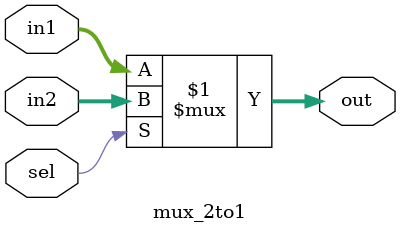
<source format=v>
module mux_2to1 #(
	parameter DATA_WIDTH = 8
)
(
 input wire [DATA_WIDTH-1:0] in1,
 input wire [DATA_WIDTH-1:0] in2,
 input wire sel,
 output wire [DATA_WIDTH-1:0] out
);
assign out = (sel)?in2:in1;
endmodule
</source>
